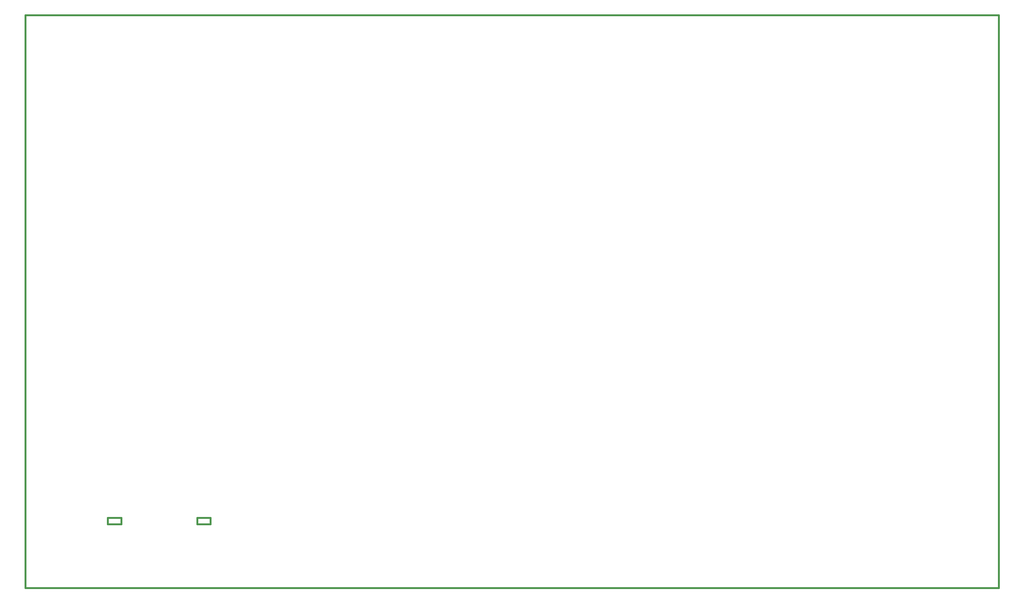
<source format=gko>
%FSLAX33Y33*%
%MOMM*%
%ADD10C,0.381*%
D10*
%LNpath-145*%
G01*
X0Y0D02*
X218200Y0D01*
X218200Y128500*
X0Y128500*
X0Y0*
X38500Y14249D02*
X41500Y14249D01*
X41500Y15749*
X38500Y15749*
X38500Y14249*
X18500Y14249D02*
X21500Y14249D01*
X21500Y15749*
X18500Y15749*
X18500Y14249*
%LNmechanical details_traces*%
M02*
</source>
